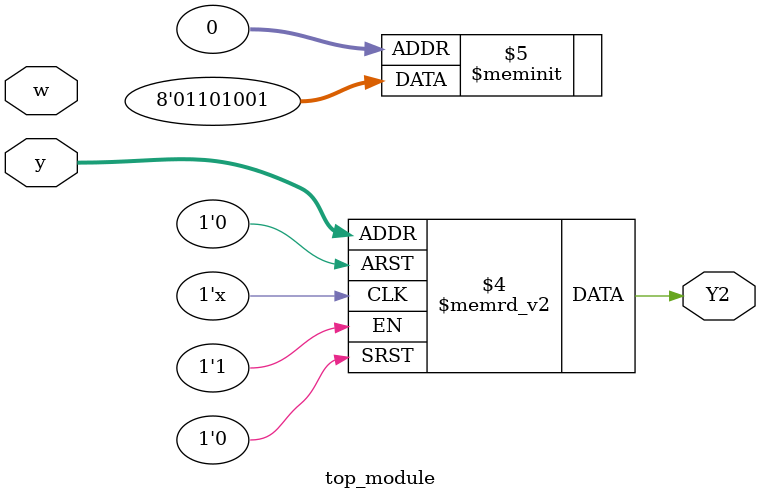
<source format=sv>
module top_module(
    input [3:1] y,
    input w,
    output reg Y2
);

    always @(*) begin
        case (y)
            // A (0) --0--> B
            3'b000: Y2 = 1;
            // A (0) --1--> A
            3'b001: Y2 = 0;
            // B (0) --0--> C
            3'b010: Y2 = 0;
            // B (0) --1--> D
            3'b011: Y2 = 1;
            // C (0) --0--> E
            3'b100: Y2 = 0;
            // C (0) --1--> D
            3'b101: Y2 = 1;
            // D (0) --0--> F
            3'b110: Y2 = 1;
            // D (0) --1--> A
            3'b111: Y2 = 0;
            // E (1) --0--> E
            default: Y2 = y[2];
        endcase
    end

endmodule

</source>
